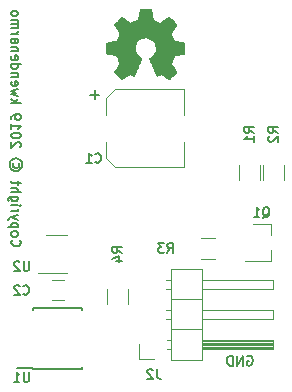
<source format=gbo>
G04 #@! TF.FileFunction,Legend,Bot*
%FSLAX46Y46*%
G04 Gerber Fmt 4.6, Leading zero omitted, Abs format (unit mm)*
G04 Created by KiCad (PCBNEW 4.0.7-e2-6376~61~ubuntu18.04.1) date Thu Dec  5 21:11:01 2019*
%MOMM*%
%LPD*%
G01*
G04 APERTURE LIST*
%ADD10C,0.100000*%
%ADD11C,0.152400*%
%ADD12C,0.203200*%
%ADD13C,0.120000*%
%ADD14C,0.150000*%
%ADD15C,0.010000*%
G04 APERTURE END LIST*
D10*
D11*
X21119276Y-37593600D02*
X21196685Y-37554895D01*
X21312800Y-37554895D01*
X21428914Y-37593600D01*
X21506323Y-37671010D01*
X21545028Y-37748419D01*
X21583733Y-37903238D01*
X21583733Y-38019352D01*
X21545028Y-38174171D01*
X21506323Y-38251581D01*
X21428914Y-38328990D01*
X21312800Y-38367695D01*
X21235390Y-38367695D01*
X21119276Y-38328990D01*
X21080571Y-38290286D01*
X21080571Y-38019352D01*
X21235390Y-38019352D01*
X20732228Y-38367695D02*
X20732228Y-37554895D01*
X20267771Y-38367695D01*
X20267771Y-37554895D01*
X19880723Y-38367695D02*
X19880723Y-37554895D01*
X19687199Y-37554895D01*
X19571085Y-37593600D01*
X19493676Y-37671010D01*
X19454971Y-37748419D01*
X19416266Y-37903238D01*
X19416266Y-38019352D01*
X19454971Y-38174171D01*
X19493676Y-38251581D01*
X19571085Y-38328990D01*
X19687199Y-38367695D01*
X19880723Y-38367695D01*
D12*
X1233714Y-27751311D02*
X1195010Y-27790016D01*
X1156305Y-27906130D01*
X1156305Y-27983540D01*
X1195010Y-28099654D01*
X1272419Y-28177063D01*
X1349829Y-28215768D01*
X1504648Y-28254473D01*
X1620762Y-28254473D01*
X1775581Y-28215768D01*
X1852990Y-28177063D01*
X1930400Y-28099654D01*
X1969105Y-27983540D01*
X1969105Y-27906130D01*
X1930400Y-27790016D01*
X1891695Y-27751311D01*
X1156305Y-27286854D02*
X1195010Y-27364263D01*
X1233714Y-27402968D01*
X1311124Y-27441673D01*
X1543352Y-27441673D01*
X1620762Y-27402968D01*
X1659467Y-27364263D01*
X1698171Y-27286854D01*
X1698171Y-27170740D01*
X1659467Y-27093330D01*
X1620762Y-27054625D01*
X1543352Y-27015921D01*
X1311124Y-27015921D01*
X1233714Y-27054625D01*
X1195010Y-27093330D01*
X1156305Y-27170740D01*
X1156305Y-27286854D01*
X1698171Y-26667578D02*
X885371Y-26667578D01*
X1659467Y-26667578D02*
X1698171Y-26590169D01*
X1698171Y-26435350D01*
X1659467Y-26357940D01*
X1620762Y-26319235D01*
X1543352Y-26280531D01*
X1311124Y-26280531D01*
X1233714Y-26319235D01*
X1195010Y-26357940D01*
X1156305Y-26435350D01*
X1156305Y-26590169D01*
X1195010Y-26667578D01*
X1698171Y-26009598D02*
X1156305Y-25816074D01*
X1698171Y-25622550D02*
X1156305Y-25816074D01*
X962781Y-25893483D01*
X924076Y-25932188D01*
X885371Y-26009598D01*
X1156305Y-25312912D02*
X1698171Y-25312912D01*
X1543352Y-25312912D02*
X1620762Y-25274207D01*
X1659467Y-25235503D01*
X1698171Y-25158093D01*
X1698171Y-25080684D01*
X1156305Y-24809750D02*
X1698171Y-24809750D01*
X1969105Y-24809750D02*
X1930400Y-24848455D01*
X1891695Y-24809750D01*
X1930400Y-24771045D01*
X1969105Y-24809750D01*
X1891695Y-24809750D01*
X1698171Y-24074359D02*
X1040190Y-24074359D01*
X962781Y-24113064D01*
X924076Y-24151769D01*
X885371Y-24229178D01*
X885371Y-24345293D01*
X924076Y-24422702D01*
X1195010Y-24074359D02*
X1156305Y-24151769D01*
X1156305Y-24306588D01*
X1195010Y-24383997D01*
X1233714Y-24422702D01*
X1311124Y-24461407D01*
X1543352Y-24461407D01*
X1620762Y-24422702D01*
X1659467Y-24383997D01*
X1698171Y-24306588D01*
X1698171Y-24151769D01*
X1659467Y-24074359D01*
X1156305Y-23687312D02*
X1969105Y-23687312D01*
X1156305Y-23338969D02*
X1582057Y-23338969D01*
X1659467Y-23377674D01*
X1698171Y-23455084D01*
X1698171Y-23571198D01*
X1659467Y-23648607D01*
X1620762Y-23687312D01*
X1698171Y-23068036D02*
X1698171Y-22758398D01*
X1969105Y-22951922D02*
X1272419Y-22951922D01*
X1195010Y-22913217D01*
X1156305Y-22835808D01*
X1156305Y-22758398D01*
X1775581Y-21210208D02*
X1814286Y-21287618D01*
X1814286Y-21442437D01*
X1775581Y-21519846D01*
X1698171Y-21597256D01*
X1620762Y-21635961D01*
X1465943Y-21635961D01*
X1388533Y-21597256D01*
X1311124Y-21519846D01*
X1272419Y-21442437D01*
X1272419Y-21287618D01*
X1311124Y-21210208D01*
X2085219Y-21365027D02*
X2046514Y-21558551D01*
X1930400Y-21752075D01*
X1736876Y-21868189D01*
X1543352Y-21906894D01*
X1349829Y-21868189D01*
X1156305Y-21752075D01*
X1040190Y-21558551D01*
X1001486Y-21365027D01*
X1040190Y-21171503D01*
X1156305Y-20977980D01*
X1349829Y-20861865D01*
X1543352Y-20823161D01*
X1736876Y-20861865D01*
X1930400Y-20977980D01*
X2046514Y-21171503D01*
X2085219Y-21365027D01*
X1891695Y-19894247D02*
X1930400Y-19855542D01*
X1969105Y-19778133D01*
X1969105Y-19584609D01*
X1930400Y-19507199D01*
X1891695Y-19468495D01*
X1814286Y-19429790D01*
X1736876Y-19429790D01*
X1620762Y-19468495D01*
X1156305Y-19932952D01*
X1156305Y-19429790D01*
X1969105Y-18926628D02*
X1969105Y-18849219D01*
X1930400Y-18771809D01*
X1891695Y-18733104D01*
X1814286Y-18694400D01*
X1659467Y-18655695D01*
X1465943Y-18655695D01*
X1311124Y-18694400D01*
X1233714Y-18733104D01*
X1195010Y-18771809D01*
X1156305Y-18849219D01*
X1156305Y-18926628D01*
X1195010Y-19004038D01*
X1233714Y-19042742D01*
X1311124Y-19081447D01*
X1465943Y-19120152D01*
X1659467Y-19120152D01*
X1814286Y-19081447D01*
X1891695Y-19042742D01*
X1930400Y-19004038D01*
X1969105Y-18926628D01*
X1156305Y-17881600D02*
X1156305Y-18346057D01*
X1156305Y-18113828D02*
X1969105Y-18113828D01*
X1852990Y-18191238D01*
X1775581Y-18268647D01*
X1736876Y-18346057D01*
X1156305Y-17494552D02*
X1156305Y-17339733D01*
X1195010Y-17262324D01*
X1233714Y-17223619D01*
X1349829Y-17146210D01*
X1504648Y-17107505D01*
X1814286Y-17107505D01*
X1891695Y-17146210D01*
X1930400Y-17184914D01*
X1969105Y-17262324D01*
X1969105Y-17417143D01*
X1930400Y-17494552D01*
X1891695Y-17533257D01*
X1814286Y-17571962D01*
X1620762Y-17571962D01*
X1543352Y-17533257D01*
X1504648Y-17494552D01*
X1465943Y-17417143D01*
X1465943Y-17262324D01*
X1504648Y-17184914D01*
X1543352Y-17146210D01*
X1620762Y-17107505D01*
X1156305Y-16139886D02*
X1969105Y-16139886D01*
X1465943Y-16062477D02*
X1156305Y-15830248D01*
X1698171Y-15830248D02*
X1388533Y-16139886D01*
X1698171Y-15559315D02*
X1156305Y-15404496D01*
X1543352Y-15249677D01*
X1156305Y-15094858D01*
X1698171Y-14940039D01*
X1195010Y-14320762D02*
X1156305Y-14398172D01*
X1156305Y-14552991D01*
X1195010Y-14630400D01*
X1272419Y-14669105D01*
X1582057Y-14669105D01*
X1659467Y-14630400D01*
X1698171Y-14552991D01*
X1698171Y-14398172D01*
X1659467Y-14320762D01*
X1582057Y-14282057D01*
X1504648Y-14282057D01*
X1427238Y-14669105D01*
X1698171Y-13933714D02*
X1156305Y-13933714D01*
X1620762Y-13933714D02*
X1659467Y-13895009D01*
X1698171Y-13817600D01*
X1698171Y-13701486D01*
X1659467Y-13624076D01*
X1582057Y-13585371D01*
X1156305Y-13585371D01*
X1156305Y-12849981D02*
X1969105Y-12849981D01*
X1195010Y-12849981D02*
X1156305Y-12927391D01*
X1156305Y-13082210D01*
X1195010Y-13159619D01*
X1233714Y-13198324D01*
X1311124Y-13237029D01*
X1543352Y-13237029D01*
X1620762Y-13198324D01*
X1659467Y-13159619D01*
X1698171Y-13082210D01*
X1698171Y-12927391D01*
X1659467Y-12849981D01*
X1195010Y-12153296D02*
X1156305Y-12230706D01*
X1156305Y-12385525D01*
X1195010Y-12462934D01*
X1272419Y-12501639D01*
X1582057Y-12501639D01*
X1659467Y-12462934D01*
X1698171Y-12385525D01*
X1698171Y-12230706D01*
X1659467Y-12153296D01*
X1582057Y-12114591D01*
X1504648Y-12114591D01*
X1427238Y-12501639D01*
X1698171Y-11766248D02*
X1156305Y-11766248D01*
X1620762Y-11766248D02*
X1659467Y-11727543D01*
X1698171Y-11650134D01*
X1698171Y-11534020D01*
X1659467Y-11456610D01*
X1582057Y-11417905D01*
X1156305Y-11417905D01*
X1156305Y-10682515D02*
X1582057Y-10682515D01*
X1659467Y-10721220D01*
X1698171Y-10798630D01*
X1698171Y-10953449D01*
X1659467Y-11030858D01*
X1195010Y-10682515D02*
X1156305Y-10759925D01*
X1156305Y-10953449D01*
X1195010Y-11030858D01*
X1272419Y-11069563D01*
X1349829Y-11069563D01*
X1427238Y-11030858D01*
X1465943Y-10953449D01*
X1465943Y-10759925D01*
X1504648Y-10682515D01*
X1156305Y-10295468D02*
X1698171Y-10295468D01*
X1543352Y-10295468D02*
X1620762Y-10256763D01*
X1659467Y-10218059D01*
X1698171Y-10140649D01*
X1698171Y-10063240D01*
X1156305Y-9792306D02*
X1698171Y-9792306D01*
X1620762Y-9792306D02*
X1659467Y-9753601D01*
X1698171Y-9676192D01*
X1698171Y-9560078D01*
X1659467Y-9482668D01*
X1582057Y-9443963D01*
X1156305Y-9443963D01*
X1582057Y-9443963D02*
X1659467Y-9405259D01*
X1698171Y-9327849D01*
X1698171Y-9211735D01*
X1659467Y-9134325D01*
X1582057Y-9095620D01*
X1156305Y-9095620D01*
X1156305Y-8592459D02*
X1195010Y-8669868D01*
X1233714Y-8708573D01*
X1311124Y-8747278D01*
X1543352Y-8747278D01*
X1620762Y-8708573D01*
X1659467Y-8669868D01*
X1698171Y-8592459D01*
X1698171Y-8476345D01*
X1659467Y-8398935D01*
X1620762Y-8360230D01*
X1543352Y-8321526D01*
X1311124Y-8321526D01*
X1233714Y-8360230D01*
X1195010Y-8398935D01*
X1156305Y-8476345D01*
X1156305Y-8592459D01*
D13*
X9200000Y-15748000D02*
X9200000Y-17168000D01*
X15800000Y-14988000D02*
X15800000Y-17168000D01*
X15800000Y-21588000D02*
X15800000Y-19408000D01*
X9200000Y-20828000D02*
X9200000Y-19408000D01*
X15800000Y-14988000D02*
X9960000Y-14988000D01*
X9960000Y-14988000D02*
X9200000Y-15748000D01*
X9200000Y-20828000D02*
X9960000Y-21588000D01*
X9960000Y-21588000D02*
X15800000Y-21588000D01*
X4580000Y-31154000D02*
X5580000Y-31154000D01*
X5580000Y-32854000D02*
X4580000Y-32854000D01*
X14648000Y-37910000D02*
X14648000Y-30170000D01*
X14648000Y-30170000D02*
X17308000Y-30170000D01*
X17308000Y-30170000D02*
X17308000Y-37910000D01*
X17308000Y-37910000D02*
X14648000Y-37910000D01*
X17308000Y-36960000D02*
X23308000Y-36960000D01*
X23308000Y-36960000D02*
X23308000Y-36200000D01*
X23308000Y-36200000D02*
X17308000Y-36200000D01*
X17308000Y-36900000D02*
X23308000Y-36900000D01*
X17308000Y-36780000D02*
X23308000Y-36780000D01*
X17308000Y-36660000D02*
X23308000Y-36660000D01*
X17308000Y-36540000D02*
X23308000Y-36540000D01*
X17308000Y-36420000D02*
X23308000Y-36420000D01*
X17308000Y-36300000D02*
X23308000Y-36300000D01*
X14318000Y-36960000D02*
X14648000Y-36960000D01*
X14318000Y-36200000D02*
X14648000Y-36200000D01*
X14648000Y-35310000D02*
X17308000Y-35310000D01*
X17308000Y-34420000D02*
X23308000Y-34420000D01*
X23308000Y-34420000D02*
X23308000Y-33660000D01*
X23308000Y-33660000D02*
X17308000Y-33660000D01*
X14250929Y-34420000D02*
X14648000Y-34420000D01*
X14250929Y-33660000D02*
X14648000Y-33660000D01*
X14648000Y-32770000D02*
X17308000Y-32770000D01*
X17308000Y-31880000D02*
X23308000Y-31880000D01*
X23308000Y-31880000D02*
X23308000Y-31120000D01*
X23308000Y-31120000D02*
X17308000Y-31120000D01*
X14250929Y-31880000D02*
X14648000Y-31880000D01*
X14250929Y-31120000D02*
X14648000Y-31120000D01*
X11938000Y-36580000D02*
X11938000Y-37850000D01*
X11938000Y-37850000D02*
X13208000Y-37850000D01*
X23112000Y-26360000D02*
X23112000Y-27290000D01*
X23112000Y-29520000D02*
X23112000Y-28590000D01*
X23112000Y-29520000D02*
X20952000Y-29520000D01*
X23112000Y-26360000D02*
X21652000Y-26360000D01*
D14*
X3005000Y-38643000D02*
X3005000Y-38593000D01*
X7155000Y-38643000D02*
X7155000Y-38498000D01*
X7155000Y-33493000D02*
X7155000Y-33638000D01*
X3005000Y-33493000D02*
X3005000Y-33638000D01*
X3005000Y-38643000D02*
X7155000Y-38643000D01*
X3005000Y-33493000D02*
X7155000Y-33493000D01*
X3005000Y-38593000D02*
X1605000Y-38593000D01*
D13*
X4096000Y-27280000D02*
X5896000Y-27280000D01*
X5896000Y-30500000D02*
X3446000Y-30500000D01*
D15*
G36*
X11944186Y-8644931D02*
X11860365Y-9089555D01*
X11551080Y-9217053D01*
X11241794Y-9344551D01*
X10870754Y-9092246D01*
X10766843Y-9021996D01*
X10672913Y-8959272D01*
X10593348Y-8906938D01*
X10532530Y-8867857D01*
X10494843Y-8844893D01*
X10484579Y-8839942D01*
X10466090Y-8852676D01*
X10426580Y-8887882D01*
X10370478Y-8941062D01*
X10302213Y-9007718D01*
X10226214Y-9083354D01*
X10146908Y-9163472D01*
X10068725Y-9243574D01*
X9996093Y-9319164D01*
X9933441Y-9385745D01*
X9885197Y-9438818D01*
X9855790Y-9473887D01*
X9848759Y-9485623D01*
X9858877Y-9507260D01*
X9887241Y-9554662D01*
X9930871Y-9623193D01*
X9986782Y-9708215D01*
X10051994Y-9805093D01*
X10089781Y-9860350D01*
X10158657Y-9961248D01*
X10219860Y-10052299D01*
X10270422Y-10128970D01*
X10307372Y-10186728D01*
X10327742Y-10221043D01*
X10330803Y-10228254D01*
X10323864Y-10248748D01*
X10304949Y-10296513D01*
X10276913Y-10364832D01*
X10242609Y-10446989D01*
X10204891Y-10536270D01*
X10166613Y-10625958D01*
X10130630Y-10709338D01*
X10099794Y-10779694D01*
X10076961Y-10830310D01*
X10064983Y-10854471D01*
X10064276Y-10855422D01*
X10045469Y-10860036D01*
X9995382Y-10870328D01*
X9919207Y-10885287D01*
X9822135Y-10903901D01*
X9709357Y-10925159D01*
X9643558Y-10937418D01*
X9523050Y-10960362D01*
X9414203Y-10982195D01*
X9322524Y-11001722D01*
X9253519Y-11017748D01*
X9212696Y-11029079D01*
X9204489Y-11032674D01*
X9196452Y-11057006D01*
X9189967Y-11111959D01*
X9185030Y-11191108D01*
X9181636Y-11288026D01*
X9179782Y-11396287D01*
X9179462Y-11509465D01*
X9180673Y-11621135D01*
X9183410Y-11724868D01*
X9187669Y-11814241D01*
X9193445Y-11882826D01*
X9200733Y-11924197D01*
X9205105Y-11932810D01*
X9231236Y-11943133D01*
X9286607Y-11957892D01*
X9363893Y-11975352D01*
X9455770Y-11993780D01*
X9487842Y-11999741D01*
X9642476Y-12028066D01*
X9764625Y-12050876D01*
X9858327Y-12069080D01*
X9927616Y-12083583D01*
X9976529Y-12095292D01*
X10009103Y-12105115D01*
X10029372Y-12113956D01*
X10041374Y-12122724D01*
X10043053Y-12124457D01*
X10059816Y-12152371D01*
X10085386Y-12206695D01*
X10117212Y-12280777D01*
X10152740Y-12367965D01*
X10189417Y-12461608D01*
X10224689Y-12555052D01*
X10256004Y-12641647D01*
X10280807Y-12714740D01*
X10296546Y-12767678D01*
X10300668Y-12793811D01*
X10300324Y-12794726D01*
X10286359Y-12816086D01*
X10254678Y-12863084D01*
X10208609Y-12930827D01*
X10151482Y-13014423D01*
X10086627Y-13108982D01*
X10068157Y-13135854D01*
X10002301Y-13233275D01*
X9944350Y-13322163D01*
X9897462Y-13397412D01*
X9864793Y-13453920D01*
X9849500Y-13486581D01*
X9848759Y-13490593D01*
X9861608Y-13511684D01*
X9897112Y-13553464D01*
X9950707Y-13611445D01*
X10017829Y-13681135D01*
X10093913Y-13758045D01*
X10174396Y-13837683D01*
X10254713Y-13915561D01*
X10330301Y-13987186D01*
X10396595Y-14048070D01*
X10449031Y-14093721D01*
X10483045Y-14119650D01*
X10492455Y-14123883D01*
X10514357Y-14113912D01*
X10559200Y-14087020D01*
X10619679Y-14047736D01*
X10666211Y-14016117D01*
X10750525Y-13958098D01*
X10850374Y-13889784D01*
X10950527Y-13821579D01*
X11004373Y-13785075D01*
X11186629Y-13661800D01*
X11339619Y-13744520D01*
X11409318Y-13780759D01*
X11468586Y-13808926D01*
X11508689Y-13824991D01*
X11518897Y-13827226D01*
X11531171Y-13810722D01*
X11555387Y-13764082D01*
X11589737Y-13691609D01*
X11632412Y-13597606D01*
X11681606Y-13486374D01*
X11735510Y-13362215D01*
X11792316Y-13229432D01*
X11850218Y-13092327D01*
X11907407Y-12955202D01*
X11962076Y-12822358D01*
X12012416Y-12698098D01*
X12056620Y-12586725D01*
X12092881Y-12492539D01*
X12119391Y-12419844D01*
X12134342Y-12372941D01*
X12136746Y-12356833D01*
X12117689Y-12336286D01*
X12075964Y-12302933D01*
X12020294Y-12263702D01*
X12015622Y-12260599D01*
X11871736Y-12145423D01*
X11755717Y-12011053D01*
X11668570Y-11861784D01*
X11611301Y-11701913D01*
X11584914Y-11535737D01*
X11590415Y-11367552D01*
X11628810Y-11201655D01*
X11701105Y-11042342D01*
X11722374Y-11007487D01*
X11833004Y-10866737D01*
X11963698Y-10753714D01*
X12109936Y-10669003D01*
X12267192Y-10613194D01*
X12430943Y-10586874D01*
X12596667Y-10590630D01*
X12759838Y-10625050D01*
X12915935Y-10690723D01*
X13060433Y-10788235D01*
X13105131Y-10827813D01*
X13218888Y-10951703D01*
X13301782Y-11082124D01*
X13358644Y-11228315D01*
X13390313Y-11373088D01*
X13398131Y-11535860D01*
X13372062Y-11699440D01*
X13314755Y-11858298D01*
X13228856Y-12006906D01*
X13117014Y-12139735D01*
X12981877Y-12251256D01*
X12964117Y-12263011D01*
X12907850Y-12301508D01*
X12865077Y-12334863D01*
X12844628Y-12356160D01*
X12844331Y-12356833D01*
X12848721Y-12379871D01*
X12866124Y-12432157D01*
X12894732Y-12509390D01*
X12932735Y-12607268D01*
X12978326Y-12721491D01*
X13029697Y-12847758D01*
X13085038Y-12981767D01*
X13142542Y-13119218D01*
X13200399Y-13255808D01*
X13256802Y-13387237D01*
X13309942Y-13509205D01*
X13358010Y-13617409D01*
X13399199Y-13707549D01*
X13431699Y-13775323D01*
X13453703Y-13816430D01*
X13462564Y-13827226D01*
X13489640Y-13818819D01*
X13540303Y-13796272D01*
X13605817Y-13763613D01*
X13641841Y-13744520D01*
X13794832Y-13661800D01*
X13977088Y-13785075D01*
X14070125Y-13848228D01*
X14171985Y-13917727D01*
X14267438Y-13983165D01*
X14315250Y-14016117D01*
X14382495Y-14061273D01*
X14439436Y-14097057D01*
X14478646Y-14118938D01*
X14491381Y-14123563D01*
X14509917Y-14111085D01*
X14550941Y-14076252D01*
X14610475Y-14022678D01*
X14684542Y-13953983D01*
X14769165Y-13873781D01*
X14822685Y-13822286D01*
X14916319Y-13730286D01*
X14997241Y-13647999D01*
X15062177Y-13578945D01*
X15107858Y-13526644D01*
X15131011Y-13494616D01*
X15133232Y-13488116D01*
X15122924Y-13463394D01*
X15094439Y-13413405D01*
X15050937Y-13343212D01*
X14995577Y-13257875D01*
X14931520Y-13162456D01*
X14913303Y-13135854D01*
X14846927Y-13039167D01*
X14787378Y-12952117D01*
X14737984Y-12879595D01*
X14702075Y-12826493D01*
X14682981Y-12797703D01*
X14681136Y-12794726D01*
X14683895Y-12771782D01*
X14698538Y-12721336D01*
X14722513Y-12650041D01*
X14753266Y-12564547D01*
X14788244Y-12471507D01*
X14824893Y-12377574D01*
X14860661Y-12289399D01*
X14892994Y-12213634D01*
X14919338Y-12156931D01*
X14937142Y-12125943D01*
X14938407Y-12124457D01*
X14949294Y-12115601D01*
X14967682Y-12106843D01*
X14997606Y-12097277D01*
X15043103Y-12085996D01*
X15108209Y-12072093D01*
X15196961Y-12054663D01*
X15313393Y-12032798D01*
X15461542Y-12005591D01*
X15493618Y-11999741D01*
X15588686Y-11981374D01*
X15671565Y-11963405D01*
X15734930Y-11947569D01*
X15771458Y-11935600D01*
X15776356Y-11932810D01*
X15784427Y-11908072D01*
X15790987Y-11852790D01*
X15796033Y-11773389D01*
X15799559Y-11676296D01*
X15801561Y-11567938D01*
X15802036Y-11454740D01*
X15800977Y-11343128D01*
X15798382Y-11239529D01*
X15794246Y-11150368D01*
X15788563Y-11082072D01*
X15781331Y-11041066D01*
X15776971Y-11032674D01*
X15752698Y-11024208D01*
X15697426Y-11010435D01*
X15616662Y-10992550D01*
X15515912Y-10971748D01*
X15400683Y-10949223D01*
X15337902Y-10937418D01*
X15218787Y-10915151D01*
X15112565Y-10894979D01*
X15024427Y-10877915D01*
X14959566Y-10864969D01*
X14923174Y-10857155D01*
X14917184Y-10855422D01*
X14907061Y-10835890D01*
X14885662Y-10788843D01*
X14855839Y-10721003D01*
X14820445Y-10639091D01*
X14782332Y-10549828D01*
X14744353Y-10459935D01*
X14709360Y-10376135D01*
X14680206Y-10305147D01*
X14659743Y-10253694D01*
X14650823Y-10228497D01*
X14650657Y-10227396D01*
X14660769Y-10207519D01*
X14689117Y-10161777D01*
X14732723Y-10094717D01*
X14788606Y-10010884D01*
X14853787Y-9914826D01*
X14891679Y-9859650D01*
X14960725Y-9758481D01*
X15022050Y-9666630D01*
X15072663Y-9588744D01*
X15109571Y-9529469D01*
X15129782Y-9493451D01*
X15132701Y-9485377D01*
X15120153Y-9466584D01*
X15085463Y-9426457D01*
X15033063Y-9369493D01*
X14967384Y-9300185D01*
X14892856Y-9223031D01*
X14813913Y-9142525D01*
X14734983Y-9063163D01*
X14660500Y-8989440D01*
X14594894Y-8925852D01*
X14542596Y-8876894D01*
X14508039Y-8847061D01*
X14496478Y-8839942D01*
X14477654Y-8849953D01*
X14432631Y-8878078D01*
X14365787Y-8921454D01*
X14281499Y-8977218D01*
X14184144Y-9042506D01*
X14110707Y-9092246D01*
X13739667Y-9344551D01*
X13121095Y-9089555D01*
X13037275Y-8644931D01*
X12953454Y-8200307D01*
X12028006Y-8200307D01*
X11944186Y-8644931D01*
X11944186Y-8644931D01*
G37*
X11944186Y-8644931D02*
X11860365Y-9089555D01*
X11551080Y-9217053D01*
X11241794Y-9344551D01*
X10870754Y-9092246D01*
X10766843Y-9021996D01*
X10672913Y-8959272D01*
X10593348Y-8906938D01*
X10532530Y-8867857D01*
X10494843Y-8844893D01*
X10484579Y-8839942D01*
X10466090Y-8852676D01*
X10426580Y-8887882D01*
X10370478Y-8941062D01*
X10302213Y-9007718D01*
X10226214Y-9083354D01*
X10146908Y-9163472D01*
X10068725Y-9243574D01*
X9996093Y-9319164D01*
X9933441Y-9385745D01*
X9885197Y-9438818D01*
X9855790Y-9473887D01*
X9848759Y-9485623D01*
X9858877Y-9507260D01*
X9887241Y-9554662D01*
X9930871Y-9623193D01*
X9986782Y-9708215D01*
X10051994Y-9805093D01*
X10089781Y-9860350D01*
X10158657Y-9961248D01*
X10219860Y-10052299D01*
X10270422Y-10128970D01*
X10307372Y-10186728D01*
X10327742Y-10221043D01*
X10330803Y-10228254D01*
X10323864Y-10248748D01*
X10304949Y-10296513D01*
X10276913Y-10364832D01*
X10242609Y-10446989D01*
X10204891Y-10536270D01*
X10166613Y-10625958D01*
X10130630Y-10709338D01*
X10099794Y-10779694D01*
X10076961Y-10830310D01*
X10064983Y-10854471D01*
X10064276Y-10855422D01*
X10045469Y-10860036D01*
X9995382Y-10870328D01*
X9919207Y-10885287D01*
X9822135Y-10903901D01*
X9709357Y-10925159D01*
X9643558Y-10937418D01*
X9523050Y-10960362D01*
X9414203Y-10982195D01*
X9322524Y-11001722D01*
X9253519Y-11017748D01*
X9212696Y-11029079D01*
X9204489Y-11032674D01*
X9196452Y-11057006D01*
X9189967Y-11111959D01*
X9185030Y-11191108D01*
X9181636Y-11288026D01*
X9179782Y-11396287D01*
X9179462Y-11509465D01*
X9180673Y-11621135D01*
X9183410Y-11724868D01*
X9187669Y-11814241D01*
X9193445Y-11882826D01*
X9200733Y-11924197D01*
X9205105Y-11932810D01*
X9231236Y-11943133D01*
X9286607Y-11957892D01*
X9363893Y-11975352D01*
X9455770Y-11993780D01*
X9487842Y-11999741D01*
X9642476Y-12028066D01*
X9764625Y-12050876D01*
X9858327Y-12069080D01*
X9927616Y-12083583D01*
X9976529Y-12095292D01*
X10009103Y-12105115D01*
X10029372Y-12113956D01*
X10041374Y-12122724D01*
X10043053Y-12124457D01*
X10059816Y-12152371D01*
X10085386Y-12206695D01*
X10117212Y-12280777D01*
X10152740Y-12367965D01*
X10189417Y-12461608D01*
X10224689Y-12555052D01*
X10256004Y-12641647D01*
X10280807Y-12714740D01*
X10296546Y-12767678D01*
X10300668Y-12793811D01*
X10300324Y-12794726D01*
X10286359Y-12816086D01*
X10254678Y-12863084D01*
X10208609Y-12930827D01*
X10151482Y-13014423D01*
X10086627Y-13108982D01*
X10068157Y-13135854D01*
X10002301Y-13233275D01*
X9944350Y-13322163D01*
X9897462Y-13397412D01*
X9864793Y-13453920D01*
X9849500Y-13486581D01*
X9848759Y-13490593D01*
X9861608Y-13511684D01*
X9897112Y-13553464D01*
X9950707Y-13611445D01*
X10017829Y-13681135D01*
X10093913Y-13758045D01*
X10174396Y-13837683D01*
X10254713Y-13915561D01*
X10330301Y-13987186D01*
X10396595Y-14048070D01*
X10449031Y-14093721D01*
X10483045Y-14119650D01*
X10492455Y-14123883D01*
X10514357Y-14113912D01*
X10559200Y-14087020D01*
X10619679Y-14047736D01*
X10666211Y-14016117D01*
X10750525Y-13958098D01*
X10850374Y-13889784D01*
X10950527Y-13821579D01*
X11004373Y-13785075D01*
X11186629Y-13661800D01*
X11339619Y-13744520D01*
X11409318Y-13780759D01*
X11468586Y-13808926D01*
X11508689Y-13824991D01*
X11518897Y-13827226D01*
X11531171Y-13810722D01*
X11555387Y-13764082D01*
X11589737Y-13691609D01*
X11632412Y-13597606D01*
X11681606Y-13486374D01*
X11735510Y-13362215D01*
X11792316Y-13229432D01*
X11850218Y-13092327D01*
X11907407Y-12955202D01*
X11962076Y-12822358D01*
X12012416Y-12698098D01*
X12056620Y-12586725D01*
X12092881Y-12492539D01*
X12119391Y-12419844D01*
X12134342Y-12372941D01*
X12136746Y-12356833D01*
X12117689Y-12336286D01*
X12075964Y-12302933D01*
X12020294Y-12263702D01*
X12015622Y-12260599D01*
X11871736Y-12145423D01*
X11755717Y-12011053D01*
X11668570Y-11861784D01*
X11611301Y-11701913D01*
X11584914Y-11535737D01*
X11590415Y-11367552D01*
X11628810Y-11201655D01*
X11701105Y-11042342D01*
X11722374Y-11007487D01*
X11833004Y-10866737D01*
X11963698Y-10753714D01*
X12109936Y-10669003D01*
X12267192Y-10613194D01*
X12430943Y-10586874D01*
X12596667Y-10590630D01*
X12759838Y-10625050D01*
X12915935Y-10690723D01*
X13060433Y-10788235D01*
X13105131Y-10827813D01*
X13218888Y-10951703D01*
X13301782Y-11082124D01*
X13358644Y-11228315D01*
X13390313Y-11373088D01*
X13398131Y-11535860D01*
X13372062Y-11699440D01*
X13314755Y-11858298D01*
X13228856Y-12006906D01*
X13117014Y-12139735D01*
X12981877Y-12251256D01*
X12964117Y-12263011D01*
X12907850Y-12301508D01*
X12865077Y-12334863D01*
X12844628Y-12356160D01*
X12844331Y-12356833D01*
X12848721Y-12379871D01*
X12866124Y-12432157D01*
X12894732Y-12509390D01*
X12932735Y-12607268D01*
X12978326Y-12721491D01*
X13029697Y-12847758D01*
X13085038Y-12981767D01*
X13142542Y-13119218D01*
X13200399Y-13255808D01*
X13256802Y-13387237D01*
X13309942Y-13509205D01*
X13358010Y-13617409D01*
X13399199Y-13707549D01*
X13431699Y-13775323D01*
X13453703Y-13816430D01*
X13462564Y-13827226D01*
X13489640Y-13818819D01*
X13540303Y-13796272D01*
X13605817Y-13763613D01*
X13641841Y-13744520D01*
X13794832Y-13661800D01*
X13977088Y-13785075D01*
X14070125Y-13848228D01*
X14171985Y-13917727D01*
X14267438Y-13983165D01*
X14315250Y-14016117D01*
X14382495Y-14061273D01*
X14439436Y-14097057D01*
X14478646Y-14118938D01*
X14491381Y-14123563D01*
X14509917Y-14111085D01*
X14550941Y-14076252D01*
X14610475Y-14022678D01*
X14684542Y-13953983D01*
X14769165Y-13873781D01*
X14822685Y-13822286D01*
X14916319Y-13730286D01*
X14997241Y-13647999D01*
X15062177Y-13578945D01*
X15107858Y-13526644D01*
X15131011Y-13494616D01*
X15133232Y-13488116D01*
X15122924Y-13463394D01*
X15094439Y-13413405D01*
X15050937Y-13343212D01*
X14995577Y-13257875D01*
X14931520Y-13162456D01*
X14913303Y-13135854D01*
X14846927Y-13039167D01*
X14787378Y-12952117D01*
X14737984Y-12879595D01*
X14702075Y-12826493D01*
X14682981Y-12797703D01*
X14681136Y-12794726D01*
X14683895Y-12771782D01*
X14698538Y-12721336D01*
X14722513Y-12650041D01*
X14753266Y-12564547D01*
X14788244Y-12471507D01*
X14824893Y-12377574D01*
X14860661Y-12289399D01*
X14892994Y-12213634D01*
X14919338Y-12156931D01*
X14937142Y-12125943D01*
X14938407Y-12124457D01*
X14949294Y-12115601D01*
X14967682Y-12106843D01*
X14997606Y-12097277D01*
X15043103Y-12085996D01*
X15108209Y-12072093D01*
X15196961Y-12054663D01*
X15313393Y-12032798D01*
X15461542Y-12005591D01*
X15493618Y-11999741D01*
X15588686Y-11981374D01*
X15671565Y-11963405D01*
X15734930Y-11947569D01*
X15771458Y-11935600D01*
X15776356Y-11932810D01*
X15784427Y-11908072D01*
X15790987Y-11852790D01*
X15796033Y-11773389D01*
X15799559Y-11676296D01*
X15801561Y-11567938D01*
X15802036Y-11454740D01*
X15800977Y-11343128D01*
X15798382Y-11239529D01*
X15794246Y-11150368D01*
X15788563Y-11082072D01*
X15781331Y-11041066D01*
X15776971Y-11032674D01*
X15752698Y-11024208D01*
X15697426Y-11010435D01*
X15616662Y-10992550D01*
X15515912Y-10971748D01*
X15400683Y-10949223D01*
X15337902Y-10937418D01*
X15218787Y-10915151D01*
X15112565Y-10894979D01*
X15024427Y-10877915D01*
X14959566Y-10864969D01*
X14923174Y-10857155D01*
X14917184Y-10855422D01*
X14907061Y-10835890D01*
X14885662Y-10788843D01*
X14855839Y-10721003D01*
X14820445Y-10639091D01*
X14782332Y-10549828D01*
X14744353Y-10459935D01*
X14709360Y-10376135D01*
X14680206Y-10305147D01*
X14659743Y-10253694D01*
X14650823Y-10228497D01*
X14650657Y-10227396D01*
X14660769Y-10207519D01*
X14689117Y-10161777D01*
X14732723Y-10094717D01*
X14788606Y-10010884D01*
X14853787Y-9914826D01*
X14891679Y-9859650D01*
X14960725Y-9758481D01*
X15022050Y-9666630D01*
X15072663Y-9588744D01*
X15109571Y-9529469D01*
X15129782Y-9493451D01*
X15132701Y-9485377D01*
X15120153Y-9466584D01*
X15085463Y-9426457D01*
X15033063Y-9369493D01*
X14967384Y-9300185D01*
X14892856Y-9223031D01*
X14813913Y-9142525D01*
X14734983Y-9063163D01*
X14660500Y-8989440D01*
X14594894Y-8925852D01*
X14542596Y-8876894D01*
X14508039Y-8847061D01*
X14496478Y-8839942D01*
X14477654Y-8849953D01*
X14432631Y-8878078D01*
X14365787Y-8921454D01*
X14281499Y-8977218D01*
X14184144Y-9042506D01*
X14110707Y-9092246D01*
X13739667Y-9344551D01*
X13121095Y-9089555D01*
X13037275Y-8644931D01*
X12953454Y-8200307D01*
X12028006Y-8200307D01*
X11944186Y-8644931D01*
D13*
X20456000Y-21418000D02*
X20456000Y-22618000D01*
X22216000Y-22618000D02*
X22216000Y-21418000D01*
X22488000Y-21418000D02*
X22488000Y-22618000D01*
X24248000Y-22618000D02*
X24248000Y-21418000D01*
X18380000Y-27568000D02*
X17180000Y-27568000D01*
X17180000Y-29328000D02*
X18380000Y-29328000D01*
X9280000Y-31912000D02*
X9280000Y-33112000D01*
X11040000Y-33112000D02*
X11040000Y-31912000D01*
D11*
X8263466Y-21118286D02*
X8302171Y-21156990D01*
X8418285Y-21195695D01*
X8495695Y-21195695D01*
X8611809Y-21156990D01*
X8689218Y-21079581D01*
X8727923Y-21002171D01*
X8766628Y-20847352D01*
X8766628Y-20731238D01*
X8727923Y-20576419D01*
X8689218Y-20499010D01*
X8611809Y-20421600D01*
X8495695Y-20382895D01*
X8418285Y-20382895D01*
X8302171Y-20421600D01*
X8263466Y-20460305D01*
X7489371Y-21195695D02*
X7953828Y-21195695D01*
X7721599Y-21195695D02*
X7721599Y-20382895D01*
X7799009Y-20499010D01*
X7876418Y-20576419D01*
X7953828Y-20615124D01*
D14*
X8600952Y-15449429D02*
X7839047Y-15449429D01*
X8219999Y-15830381D02*
X8219999Y-15068476D01*
D11*
X2167466Y-32294286D02*
X2206171Y-32332990D01*
X2322285Y-32371695D01*
X2399695Y-32371695D01*
X2515809Y-32332990D01*
X2593218Y-32255581D01*
X2631923Y-32178171D01*
X2670628Y-32023352D01*
X2670628Y-31907238D01*
X2631923Y-31752419D01*
X2593218Y-31675010D01*
X2515809Y-31597600D01*
X2399695Y-31558895D01*
X2322285Y-31558895D01*
X2206171Y-31597600D01*
X2167466Y-31636305D01*
X1857828Y-31636305D02*
X1819123Y-31597600D01*
X1741714Y-31558895D01*
X1548190Y-31558895D01*
X1470780Y-31597600D01*
X1432076Y-31636305D01*
X1393371Y-31713714D01*
X1393371Y-31791124D01*
X1432076Y-31907238D01*
X1896533Y-32371695D01*
X1393371Y-32371695D01*
X13478933Y-38670895D02*
X13478933Y-39251467D01*
X13517637Y-39367581D01*
X13595047Y-39444990D01*
X13711161Y-39483695D01*
X13788571Y-39483695D01*
X13130590Y-38748305D02*
X13091885Y-38709600D01*
X13014476Y-38670895D01*
X12820952Y-38670895D01*
X12743542Y-38709600D01*
X12704838Y-38748305D01*
X12666133Y-38825714D01*
X12666133Y-38903124D01*
X12704838Y-39019238D01*
X13169295Y-39483695D01*
X12666133Y-39483695D01*
X22429410Y-25845105D02*
X22506819Y-25806400D01*
X22584229Y-25728990D01*
X22700343Y-25612876D01*
X22777752Y-25574171D01*
X22855162Y-25574171D01*
X22816457Y-25767695D02*
X22893867Y-25728990D01*
X22971276Y-25651581D01*
X23009981Y-25496762D01*
X23009981Y-25225829D01*
X22971276Y-25071010D01*
X22893867Y-24993600D01*
X22816457Y-24954895D01*
X22661638Y-24954895D01*
X22584229Y-24993600D01*
X22506819Y-25071010D01*
X22468114Y-25225829D01*
X22468114Y-25496762D01*
X22506819Y-25651581D01*
X22584229Y-25728990D01*
X22661638Y-25767695D01*
X22816457Y-25767695D01*
X21694019Y-25767695D02*
X22158476Y-25767695D01*
X21926247Y-25767695D02*
X21926247Y-24954895D01*
X22003657Y-25071010D01*
X22081066Y-25148419D01*
X22158476Y-25187124D01*
X2651276Y-38924895D02*
X2651276Y-39582876D01*
X2612571Y-39660286D01*
X2573867Y-39698990D01*
X2496457Y-39737695D01*
X2341638Y-39737695D01*
X2264229Y-39698990D01*
X2225524Y-39660286D01*
X2186819Y-39582876D01*
X2186819Y-38924895D01*
X1374019Y-39737695D02*
X1838476Y-39737695D01*
X1606247Y-39737695D02*
X1606247Y-38924895D01*
X1683657Y-39041010D01*
X1761066Y-39118419D01*
X1838476Y-39157124D01*
X2651276Y-29526895D02*
X2651276Y-30184876D01*
X2612571Y-30262286D01*
X2573867Y-30300990D01*
X2496457Y-30339695D01*
X2341638Y-30339695D01*
X2264229Y-30300990D01*
X2225524Y-30262286D01*
X2186819Y-30184876D01*
X2186819Y-29526895D01*
X1838476Y-29604305D02*
X1799771Y-29565600D01*
X1722362Y-29526895D01*
X1528838Y-29526895D01*
X1451428Y-29565600D01*
X1412724Y-29604305D01*
X1374019Y-29681714D01*
X1374019Y-29759124D01*
X1412724Y-29875238D01*
X1877181Y-30339695D01*
X1374019Y-30339695D01*
X21703695Y-18660534D02*
X21316648Y-18389601D01*
X21703695Y-18196077D02*
X20890895Y-18196077D01*
X20890895Y-18505715D01*
X20929600Y-18583124D01*
X20968305Y-18621829D01*
X21045714Y-18660534D01*
X21161829Y-18660534D01*
X21239238Y-18621829D01*
X21277943Y-18583124D01*
X21316648Y-18505715D01*
X21316648Y-18196077D01*
X21703695Y-19434629D02*
X21703695Y-18970172D01*
X21703695Y-19202401D02*
X20890895Y-19202401D01*
X21007010Y-19124991D01*
X21084419Y-19047582D01*
X21123124Y-18970172D01*
X23735695Y-18660534D02*
X23348648Y-18389601D01*
X23735695Y-18196077D02*
X22922895Y-18196077D01*
X22922895Y-18505715D01*
X22961600Y-18583124D01*
X23000305Y-18621829D01*
X23077714Y-18660534D01*
X23193829Y-18660534D01*
X23271238Y-18621829D01*
X23309943Y-18583124D01*
X23348648Y-18505715D01*
X23348648Y-18196077D01*
X23000305Y-18970172D02*
X22961600Y-19008877D01*
X22922895Y-19086286D01*
X22922895Y-19279810D01*
X22961600Y-19357220D01*
X23000305Y-19395924D01*
X23077714Y-19434629D01*
X23155124Y-19434629D01*
X23271238Y-19395924D01*
X23735695Y-18931467D01*
X23735695Y-19434629D01*
X14359466Y-28815695D02*
X14630399Y-28428648D01*
X14823923Y-28815695D02*
X14823923Y-28002895D01*
X14514285Y-28002895D01*
X14436876Y-28041600D01*
X14398171Y-28080305D01*
X14359466Y-28157714D01*
X14359466Y-28273829D01*
X14398171Y-28351238D01*
X14436876Y-28389943D01*
X14514285Y-28428648D01*
X14823923Y-28428648D01*
X14088533Y-28002895D02*
X13585371Y-28002895D01*
X13856304Y-28312533D01*
X13740190Y-28312533D01*
X13662780Y-28351238D01*
X13624076Y-28389943D01*
X13585371Y-28467352D01*
X13585371Y-28660876D01*
X13624076Y-28738286D01*
X13662780Y-28776990D01*
X13740190Y-28815695D01*
X13972418Y-28815695D01*
X14049828Y-28776990D01*
X14088533Y-28738286D01*
X10527695Y-28820534D02*
X10140648Y-28549601D01*
X10527695Y-28356077D02*
X9714895Y-28356077D01*
X9714895Y-28665715D01*
X9753600Y-28743124D01*
X9792305Y-28781829D01*
X9869714Y-28820534D01*
X9985829Y-28820534D01*
X10063238Y-28781829D01*
X10101943Y-28743124D01*
X10140648Y-28665715D01*
X10140648Y-28356077D01*
X9985829Y-29517220D02*
X10527695Y-29517220D01*
X9676190Y-29323696D02*
X10256762Y-29130172D01*
X10256762Y-29633334D01*
M02*

</source>
